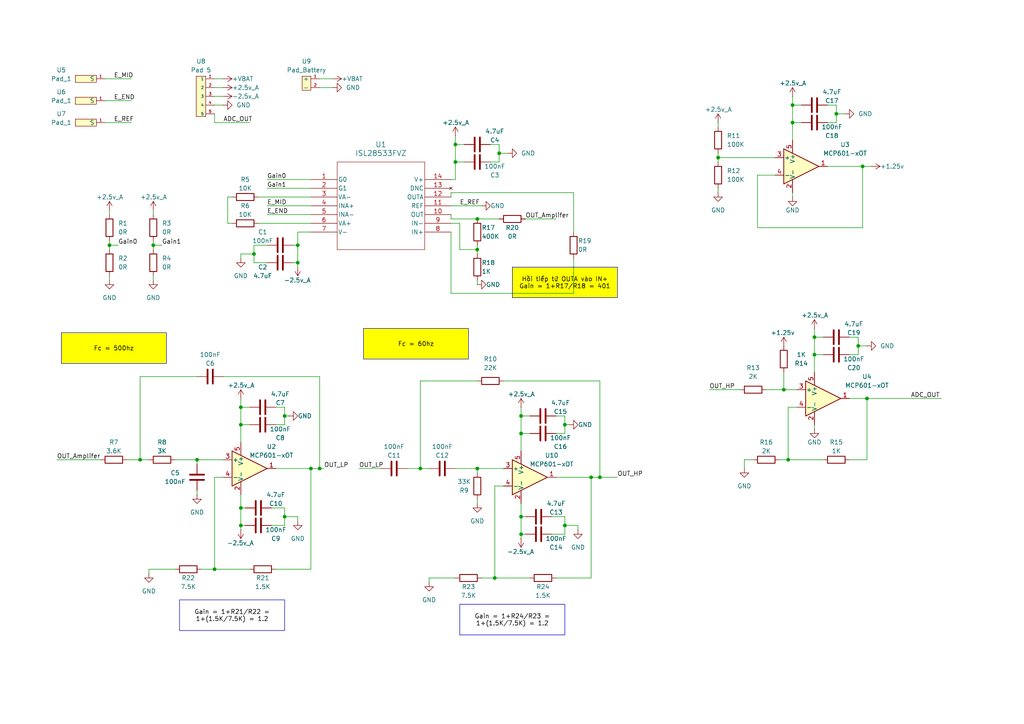
<source format=kicad_sch>
(kicad_sch (version 20231120) (generator "eeschema") (generator_version "8.0")
  (paper "A4")
  (title_block (title "MyoBand_EMG") (rev "v0.02") (comment 1 "Đinh Quang Sơn"))
  (lib_symbols
    (symbol "Amplifier_Operational:MCP601-xOT" (pin_names (offset 0.127))
      (property "Reference" "U" (at -1.27 6.35 0))
      (property "Value" "MCP601-xOT" (at -1.27 3.81 0))
      (symbol "MCP601-xOT_0_1"
        (polyline (pts (xy -5.08 5.08) (xy 5.08 0) (xy -5.08 -5.08) (xy -5.08 5.08)) (stroke (width 0.254)) (fill (type background)))
        (pin power_in line (at -2.54 -7.62 90) (length 3.81) (name "V-") (number "2"))
        (pin power_in line (at -2.54 7.62 270) (length 3.81) (name "V+") (number "5"))
      )
      (symbol "MCP601-xOT_1_1"
        (pin output line (at 7.62 0 180) (length 2.54) (name "~") (number "1"))
        (pin input line (at -7.62 2.54 0) (length 2.54) (name "+") (number "3"))
        (pin input line (at -7.62 -2.54 0) (length 2.54) (name "-") (number "4"))
      )
    )
    (symbol "Device:C" (pin_numbers hide) (pin_names (offset 0.254))
      (property "Reference" "C" (at 0.635 2.54 0))
      (property "Value" "C" (at 0.635 -2.54 0))
      (symbol "C_0_1"
        (polyline (pts (xy -2.032 -0.762) (xy 2.032 -0.762)) (stroke (width 0.508)))
        (polyline (pts (xy -2.032 0.762) (xy 2.032 0.762)) (stroke (width 0.508)))
      )
      (symbol "C_1_1"
        (pin passive line (at 0 3.81 270) (length 2.794) (name "~") (number "1"))
        (pin passive line (at 0 -3.81 90) (length 2.794) (name "~") (number "2"))
      )
    )
    (symbol "Device:R" (pin_numbers hide) (pin_names (offset 0))
      (property "Reference" "R" (at 2.032 0 90))
      (property "Value" "R" (at 0 0 90))
      (symbol "R_0_1"
        (rectangle (start -1.016 -2.54) (end 1.016 2.54) (stroke (width 0.254)))
      )
      (symbol "R_1_1"
        (pin passive line (at 0 3.81 270) (length 1.27) (name "~") (number "1"))
        (pin passive line (at 0 -3.81 90) (length 1.27) (name "~") (number "2"))
      )
    )
    (symbol "ISL28533FVZ:ISL28533FVZ" (pin_names (offset 0.254))
      (property "Reference" "U" (at 20.32 10.16 0))
      (property "Value" "ISL28533FVZ" (at 20.32 7.62 0))
      (symbol "ISL28533FVZ_0_1"
        (polyline (pts (xy 7.62 -20.32) (xy 33.02 -20.32)) (stroke (width 0.127)))
        (polyline (pts (xy 7.62 5.08) (xy 7.62 -20.32)) (stroke (width 0.127)))
        (polyline (pts (xy 33.02 -20.32) (xy 33.02 5.08)) (stroke (width 0.127)))
        (polyline (pts (xy 33.02 5.08) (xy 7.62 5.08)) (stroke (width 0.127)))
        (pin input line (at 0 0 0) (length 7.62) (name "G0") (number "1"))
        (pin output line (at 40.64 -10.16 180) (length 7.62) (name "OUT") (number "10"))
        (pin output line (at 40.64 -7.62 180) (length 7.62) (name "REF") (number "11"))
        (pin output line (at 40.64 -5.08 180) (length 7.62) (name "OUTA") (number "12"))
        (pin no_connect line (at 40.64 -2.54 180) (length 7.62) (name "DNC") (number "13"))
        (pin power_in line (at 40.64 0 180) (length 7.62) (name "V+") (number "14"))
        (pin input line (at 0 -2.54 0) (length 7.62) (name "G1") (number "2"))
        (pin power_in line (at 0 -5.08 0) (length 7.62) (name "VA-") (number "3"))
        (pin input line (at 0 -7.62 0) (length 7.62) (name "INA+") (number "4"))
        (pin input line (at 0 -10.16 0) (length 7.62) (name "INA-") (number "5"))
        (pin power_in line (at 0 -12.7 0) (length 7.62) (name "VA+") (number "6"))
        (pin power_in line (at 0 -15.24 0) (length 7.62) (name "V-") (number "7"))
        (pin input line (at 40.64 -15.24 180) (length 7.62) (name "IN+") (number "8"))
        (pin input line (at 40.64 -12.7 180) (length 7.62) (name "IN-") (number "9"))
      )
    )
    (symbol "Pad:Pad_1"
      (property "Reference" "U" (at 0 2.54 0))
      (property "Value" "Pad_1" (at 0.254 -2.286 0))
      (symbol "Pad_1_1_1"
        (rectangle (start -2.286 1.016) (end 3.81 -1.016) (fill (type background)))
        (pin output line (at 6.35 0 180) (length 2.54) (name "S") (number "1"))
      )
    )
    (symbol "Pad:Pad_5"
      (property "Reference" "U" (at 0 7.62 0))
      (property "Value" "Pad 5" (at 0.254 -6.858 0))
      (symbol "Pad_5_1_1"
        (rectangle (start -1.524 5.842) (end 1.27 -5.842) (fill (type background)))
        (pin bidirectional line (at 3.81 5.08 180) (length 2.54) (name "1") (number "1"))
        (pin bidirectional line (at 3.81 2.54 180) (length 2.54) (name "2") (number "2"))
        (pin bidirectional line (at 3.81 0 180) (length 2.54) (name "3") (number "3"))
        (pin bidirectional line (at 3.81 -2.54 180) (length 2.54) (name "4") (number "4"))
        (pin bidirectional line (at 3.81 -5.08 180) (length 2.54) (name "5") (number "5"))
      )
    )
    (symbol "Pad:Pad_Battery"
      (property "Reference" "U" (at 0 3.556 0))
      (property "Value" "Pad_Battery" (at 0.254 -3.556 0))
      (symbol "Pad_Battery_1_1"
        (rectangle (start -1.27 2.032) (end 1.27 -2.032) (fill (type background)))
        (pin input line (at 3.81 1.27 180) (length 2.54) (name "+") (number "1"))
        (pin input line (at 3.81 -1.27 180) (length 2.54) (name "-") (number "2"))
      )
    )
    (symbol "power:+3V3" (power) (pin_numbers hide) (pin_names (offset 0) hide)
      (property "Value" "+3V3" (at 0 3.556 0))
      (symbol "+3V3_0_1"
        (polyline (pts (xy -0.762 1.27) (xy 0 2.54)))
        (polyline (pts (xy 0 0) (xy 0 2.54)))
        (polyline (pts (xy 0 2.54) (xy 0.762 1.27)))
      )
      (symbol "+3V3_1_1"
        (pin power_in line (at 0 0 90) (length 0) (name "~") (number "1"))
      )
    )
    (symbol "power:GND" (power) (pin_numbers hide) (pin_names (offset 0) hide)
      (property "Value" "GND" (at 0 -3.81 0))
      (symbol "GND_0_1"
        (polyline (pts (xy 0 0) (xy 0 -1.27) (xy 1.27 -1.27) (xy 0 -2.54) (xy -1.27 -1.27) (xy 0 -1.27)))
      )
      (symbol "GND_1_1"
        (pin power_in line (at 0 0 270) (length 0) (name "~") (number "1"))
      )
    )
    (symbol "power:VAA" (power) (pin_numbers hide) (pin_names (offset 0) hide)
      (property "Value" "VAA" (at 0 3.556 0))
      (symbol "VAA_0_1"
        (polyline (pts (xy -0.762 1.27) (xy 0 2.54)))
        (polyline (pts (xy 0 0) (xy 0 2.54)))
        (polyline (pts (xy 0 2.54) (xy 0.762 1.27)))
      )
      (symbol "VAA_1_1"
        (pin power_in line (at 0 0 90) (length 0) (name "~") (number "1"))
      )
    )
  )
  (junction (at 57.15 133.35))
  (junction (at 69.85 118.11))
  (junction (at 163.83 152.4))
  (junction (at 173.99 138.43))
  (junction (at 151.13 149.86))
  (junction (at 242.57 33.02))
  (junction (at 229.87 35.56))
  (junction (at 250.19 48.26))
  (junction (at 40.64 133.35))
  (junction (at 248.92 100.33))
  (junction (at 82.55 120.65))
  (junction (at 251.46 115.57))
  (junction (at 92.71 135.89))
  (junction (at 228.6 133.35))
  (junction (at 236.22 102.87))
  (junction (at 229.87 30.48))
  (junction (at 73.66 73.66))
  (junction (at 163.83 123.19))
  (junction (at 90.17 135.89))
  (junction (at 208.28 45.72))
  (junction (at 151.13 125.73))
  (junction (at 69.85 123.19))
  (junction (at 138.43 63.5))
  (junction (at 62.23 165.1))
  (junction (at 143.51 167.64))
  (junction (at 69.85 147.32))
  (junction (at 82.55 149.86))
  (junction (at 227.33 113.03))
  (junction (at 151.13 154.94))
  (junction (at 132.08 46.99))
  (junction (at 31.75 71.12))
  (junction (at 138.43 135.89))
  (junction (at 44.45 71.12))
  (junction (at 86.36 71.12))
  (junction (at 171.45 138.43))
  (junction (at 151.13 120.65))
  (junction (at 69.85 152.4))
  (junction (at 86.36 76.2))
  (junction (at 138.43 72.39))
  (junction (at 132.08 41.91))
  (junction (at 121.92 135.89))
  (junction (at 144.78 44.45))
  (junction (at 236.22 97.79))
  (wire (pts (xy 40.64 109.22) (xy 40.64 133.35)))
  (wire (pts (xy 82.55 118.11) (xy 82.55 120.65)))
  (wire (pts (xy 138.43 72.39) (xy 133.35 72.39)))
  (wire (pts (xy 144.78 46.99) (xy 142.24 46.99)))
  (wire (pts (xy 80.01 135.89) (xy 90.17 135.89)))
  (wire (pts (xy 227.33 113.03) (xy 231.14 113.03)))
  (wire (pts (xy 69.85 147.32) (xy 71.12 147.32)))
  (wire (pts (xy 208.28 45.72) (xy 208.28 46.99)))
  (wire (pts (xy 208.28 35.56) (xy 208.28 36.83)))
  (wire (pts (xy 227.33 113.03) (xy 222.25 113.03)))
  (wire (pts (xy 236.22 102.87) (xy 238.76 102.87)))
  (wire (pts (xy 240.03 30.48) (xy 242.57 30.48)))
  (wire (pts (xy 161.29 120.65) (xy 163.83 120.65)))
  (wire (pts (xy 69.85 152.4) (xy 69.85 153.67)))
  (wire (pts (xy 151.13 120.65) (xy 153.67 120.65)))
  (wire (pts (xy 66.04 57.15) (xy 67.31 57.15)))
  (wire (pts (xy 161.29 167.64) (xy 171.45 167.64)))
  (wire (pts (xy 138.43 110.49) (xy 121.92 110.49)))
  (wire (pts (xy 57.15 109.22) (xy 40.64 109.22)))
  (wire (pts (xy 166.37 74.93) (xy 166.37 85.09)))
  (wire (pts (xy 77.47 59.69) (xy 90.17 59.69)))
  (wire (pts (xy 44.45 71.12) (xy 46.99 71.12)))
  (wire (pts (xy 118.11 135.89) (xy 121.92 135.89)))
  (wire (pts (xy 163.83 123.19) (xy 163.83 125.73)))
  (wire (pts (xy 69.85 152.4) (xy 71.12 152.4)))
  (wire (pts (xy 143.51 140.97) (xy 143.51 167.64)))
  (wire (pts (xy 144.78 41.91) (xy 144.78 44.45)))
  (wire (pts (xy 173.99 138.43) (xy 171.45 138.43)))
  (wire (pts (xy 205.74 113.03) (xy 214.63 113.03)))
  (wire (pts (xy 167.64 152.4) (xy 167.64 153.67)))
  (wire (pts (xy 78.74 152.4) (xy 82.55 152.4)))
  (wire (pts (xy 138.43 144.78) (xy 138.43 146.05)))
  (wire (pts (xy 30.48 35.56) (xy 38.1 35.56)))
  (wire (pts (xy 62.23 22.86) (xy 64.77 22.86)))
  (wire (pts (xy 77.47 71.12) (xy 73.66 71.12)))
  (wire (pts (xy 251.46 115.57) (xy 273.05 115.57)))
  (wire (pts (xy 246.38 133.35) (xy 251.46 133.35)))
  (wire (pts (xy 208.28 45.72) (xy 224.79 45.72)))
  (wire (pts (xy 124.46 168.91) (xy 124.46 167.64)))
  (wire (pts (xy 215.9 135.89) (xy 215.9 133.35)))
  (wire (pts (xy 146.05 110.49) (xy 173.99 110.49)))
  (wire (pts (xy 236.22 97.79) (xy 236.22 102.87)))
  (wire (pts (xy 31.75 80.01) (xy 31.75 81.28)))
  (wire (pts (xy 133.35 64.77) (xy 133.35 72.39)))
  (wire (pts (xy 69.85 123.19) (xy 72.39 123.19)))
  (wire (pts (xy 138.43 71.12) (xy 138.43 72.39)))
  (wire (pts (xy 167.64 152.4) (xy 163.83 152.4)))
  (wire (pts (xy 151.13 118.11) (xy 151.13 120.65)))
  (wire (pts (xy 92.71 135.89) (xy 93.98 135.89)))
  (wire (pts (xy 133.35 64.77) (xy 130.81 64.77)))
  (wire (pts (xy 50.8 133.35) (xy 57.15 133.35)))
  (wire (pts (xy 228.6 133.35) (xy 238.76 133.35)))
  (wire (pts (xy 208.28 54.61) (xy 208.28 55.88)))
  (wire (pts (xy 236.22 95.25) (xy 236.22 97.79)))
  (wire (pts (xy 62.23 25.4) (xy 64.77 25.4)))
  (wire (pts (xy 44.45 71.12) (xy 44.45 72.39)))
  (wire (pts (xy 250.19 66.04) (xy 250.19 48.26)))
  (wire (pts (xy 74.93 57.15) (xy 90.17 57.15)))
  (wire (pts (xy 138.43 135.89) (xy 146.05 135.89)))
  (wire (pts (xy 30.48 22.86) (xy 38.1 22.86)))
  (wire (pts (xy 85.09 76.2) (xy 86.36 76.2)))
  (wire (pts (xy 236.22 102.87) (xy 236.22 107.95)))
  (wire (pts (xy 160.02 154.94) (xy 163.83 154.94)))
  (wire (pts (xy 242.57 30.48) (xy 242.57 33.02)))
  (wire (pts (xy 69.85 118.11) (xy 69.85 123.19)))
  (wire (pts (xy 92.71 135.89) (xy 90.17 135.89)))
  (wire (pts (xy 163.83 149.86) (xy 160.02 149.86)))
  (wire (pts (xy 31.75 60.96) (xy 31.75 62.23)))
  (wire (pts (xy 163.83 120.65) (xy 163.83 123.19)))
  (wire (pts (xy 146.05 140.97) (xy 143.51 140.97)))
  (wire (pts (xy 248.92 100.33) (xy 248.92 102.87)))
  (wire (pts (xy 82.55 149.86) (xy 82.55 147.32)))
  (wire (pts (xy 242.57 33.02) (xy 242.57 35.56)))
  (wire (pts (xy 138.43 137.16) (xy 138.43 135.89)))
  (wire (pts (xy 151.13 125.73) (xy 151.13 130.81)))
  (wire (pts (xy 43.18 165.1) (xy 50.8 165.1)))
  (wire (pts (xy 62.23 35.56) (xy 72.39 35.56)))
  (wire (pts (xy 130.81 63.5) (xy 138.43 63.5)))
  (wire (pts (xy 69.85 115.57) (xy 69.85 118.11)))
  (wire (pts (xy 143.51 167.64) (xy 153.67 167.64)))
  (wire (pts (xy 90.17 165.1) (xy 90.17 135.89)))
  (wire (pts (xy 58.42 165.1) (xy 62.23 165.1)))
  (wire (pts (xy 240.03 48.26) (xy 250.19 48.26)))
  (wire (pts (xy 130.81 59.69) (xy 139.7 59.69)))
  (wire (pts (xy 36.83 133.35) (xy 40.64 133.35)))
  (wire (pts (xy 82.55 120.65) (xy 82.55 123.19)))
  (wire (pts (xy 30.48 29.21) (xy 38.1 29.21)))
  (wire (pts (xy 31.75 71.12) (xy 34.29 71.12)))
  (wire (pts (xy 44.45 80.01) (xy 44.45 81.28)))
  (wire (pts (xy 73.66 71.12) (xy 73.66 73.66)))
  (wire (pts (xy 132.08 135.89) (xy 138.43 135.89)))
  (wire (pts (xy 69.85 73.66) (xy 73.66 73.66)))
  (wire (pts (xy 69.85 118.11) (xy 72.39 118.11)))
  (wire (pts (xy 92.71 109.22) (xy 92.71 135.89)))
  (wire (pts (xy 80.01 165.1) (xy 90.17 165.1)))
  (wire (pts (xy 62.23 165.1) (xy 72.39 165.1)))
  (wire (pts (xy 227.33 107.95) (xy 227.33 113.03)))
  (wire (pts (xy 219.71 50.8) (xy 219.71 66.04)))
  (wire (pts (xy 82.55 147.32) (xy 78.74 147.32)))
  (wire (pts (xy 130.81 85.09) (xy 130.81 67.31)))
  (wire (pts (xy 130.81 55.88) (xy 166.37 55.88)))
  (wire (pts (xy 44.45 69.85) (xy 44.45 71.12)))
  (wire (pts (xy 138.43 81.28) (xy 138.43 82.55)))
  (wire (pts (xy 152.4 63.5) (xy 161.29 63.5)))
  (wire (pts (xy 163.83 152.4) (xy 163.83 149.86)))
  (wire (pts (xy 151.13 154.94) (xy 152.4 154.94)))
  (wire (pts (xy 132.08 39.37) (xy 132.08 41.91)))
  (wire (pts (xy 231.14 118.11) (xy 228.6 118.11)))
  (wire (pts (xy 226.06 133.35) (xy 228.6 133.35)))
  (wire (pts (xy 31.75 69.85) (xy 31.75 71.12)))
  (wire (pts (xy 132.08 41.91) (xy 134.62 41.91)))
  (wire (pts (xy 130.81 55.88) (xy 130.81 57.15)))
  (wire (pts (xy 151.13 125.73) (xy 153.67 125.73)))
  (wire (pts (xy 86.36 76.2) (xy 86.36 71.12)))
  (wire (pts (xy 62.23 35.56) (xy 62.23 33.02)))
  (wire (pts (xy 43.18 166.37) (xy 43.18 165.1)))
  (wire (pts (xy 31.75 71.12) (xy 31.75 72.39)))
  (wire (pts (xy 77.47 52.07) (xy 90.17 52.07)))
  (wire (pts (xy 229.87 35.56) (xy 229.87 40.64)))
  (wire (pts (xy 62.23 138.43) (xy 62.23 165.1)))
  (wire (pts (xy 92.71 22.86) (xy 96.52 22.86)))
  (wire (pts (xy 229.87 27.94) (xy 229.87 30.48)))
  (wire (pts (xy 229.87 30.48) (xy 232.41 30.48)))
  (wire (pts (xy 64.77 109.22) (xy 92.71 109.22)))
  (wire (pts (xy 62.23 27.94) (xy 64.77 27.94)))
  (wire (pts (xy 57.15 134.62) (xy 57.15 133.35)))
  (wire (pts (xy 121.92 110.49) (xy 121.92 135.89)))
  (wire (pts (xy 73.66 73.66) (xy 73.66 76.2)))
  (wire (pts (xy 151.13 154.94) (xy 151.13 156.21)))
  (wire (pts (xy 124.46 167.64) (xy 132.08 167.64)))
  (wire (pts (xy 66.04 57.15) (xy 66.04 64.77)))
  (wire (pts (xy 57.15 142.24) (xy 57.15 143.51)))
  (wire (pts (xy 242.57 33.02) (xy 245.11 33.02)))
  (wire (pts (xy 151.13 149.86) (xy 151.13 154.94)))
  (wire (pts (xy 86.36 71.12) (xy 86.36 67.31)))
  (wire (pts (xy 151.13 120.65) (xy 151.13 125.73)))
  (wire (pts (xy 40.64 133.35) (xy 43.18 133.35)))
  (wire (pts (xy 130.81 63.5) (xy 130.81 62.23)))
  (wire (pts (xy 69.85 73.66) (xy 69.85 74.93)))
  (wire (pts (xy 92.71 25.4) (xy 96.52 25.4)))
  (wire (pts (xy 163.83 154.94) (xy 163.83 152.4)))
  (wire (pts (xy 104.14 135.89) (xy 110.49 135.89)))
  (wire (pts (xy 132.08 52.07) (xy 130.81 52.07)))
  (wire (pts (xy 82.55 120.65) (xy 83.82 120.65)))
  (wire (pts (xy 139.7 167.64) (xy 143.51 167.64)))
  (wire (pts (xy 151.13 146.05) (xy 151.13 149.86)))
  (wire (pts (xy 80.01 118.11) (xy 82.55 118.11)))
  (wire (pts (xy 236.22 123.19) (xy 236.22 124.46)))
  (wire (pts (xy 163.83 125.73) (xy 161.29 125.73)))
  (wire (pts (xy 86.36 149.86) (xy 82.55 149.86)))
  (wire (pts (xy 86.36 77.47) (xy 86.36 76.2)))
  (wire (pts (xy 69.85 123.19) (xy 69.85 128.27)))
  (wire (pts (xy 86.36 149.86) (xy 86.36 151.13)))
  (wire (pts (xy 173.99 138.43) (xy 179.07 138.43)))
  (wire (pts (xy 144.78 44.45) (xy 147.32 44.45)))
  (wire (pts (xy 62.23 30.48) (xy 64.77 30.48)))
  (wire (pts (xy 163.83 123.19) (xy 165.1 123.19)))
  (wire (pts (xy 219.71 66.04) (xy 250.19 66.04)))
  (wire (pts (xy 121.92 135.89) (xy 124.46 135.89)))
  (wire (pts (xy 85.09 71.12) (xy 86.36 71.12)))
  (wire (pts (xy 224.79 50.8) (xy 219.71 50.8)))
  (wire (pts (xy 228.6 118.11) (xy 228.6 133.35)))
  (wire (pts (xy 208.28 44.45) (xy 208.28 45.72)))
  (wire (pts (xy 69.85 143.51) (xy 69.85 147.32)))
  (wire (pts (xy 166.37 55.88) (xy 166.37 67.31)))
  (wire (pts (xy 229.87 55.88) (xy 229.87 57.15)))
  (wire (pts (xy 77.47 54.61) (xy 90.17 54.61)))
  (wire (pts (xy 74.93 64.77) (xy 90.17 64.77)))
  (wire (pts (xy 82.55 123.19) (xy 80.01 123.19)))
  (wire (pts (xy 73.66 76.2) (xy 77.47 76.2)))
  (wire (pts (xy 132.08 46.99) (xy 132.08 52.07)))
  (wire (pts (xy 229.87 30.48) (xy 229.87 35.56)))
  (wire (pts (xy 171.45 167.64) (xy 171.45 138.43)))
  (wire (pts (xy 161.29 138.43) (xy 171.45 138.43)))
  (wire (pts (xy 215.9 133.35) (xy 218.44 133.35)))
  (wire (pts (xy 144.78 44.45) (xy 144.78 46.99)))
  (wire (pts (xy 57.15 133.35) (xy 64.77 133.35)))
  (wire (pts (xy 242.57 35.56) (xy 240.03 35.56)))
  (wire (pts (xy 130.81 85.09) (xy 166.37 85.09)))
  (wire (pts (xy 64.77 138.43) (xy 62.23 138.43)))
  (wire (pts (xy 132.08 41.91) (xy 132.08 46.99)))
  (wire (pts (xy 250.19 48.26) (xy 252.73 48.26)))
  (wire (pts (xy 248.92 100.33) (xy 251.46 100.33)))
  (wire (pts (xy 229.87 35.56) (xy 232.41 35.56)))
  (wire (pts (xy 251.46 133.35) (xy 251.46 115.57)))
  (wire (pts (xy 248.92 97.79) (xy 248.92 100.33)))
  (wire (pts (xy 236.22 97.79) (xy 238.76 97.79)))
  (wire (pts (xy 248.92 102.87) (xy 246.38 102.87)))
  (wire (pts (xy 77.47 62.23) (xy 90.17 62.23)))
  (wire (pts (xy 44.45 60.96) (xy 44.45 62.23)))
  (wire (pts (xy 142.24 41.91) (xy 144.78 41.91)))
  (wire (pts (xy 16.51 133.35) (xy 29.21 133.35)))
  (wire (pts (xy 86.36 67.31) (xy 90.17 67.31)))
  (wire (pts (xy 138.43 72.39) (xy 138.43 73.66)))
  (wire (pts (xy 69.85 147.32) (xy 69.85 152.4)))
  (wire (pts (xy 82.55 152.4) (xy 82.55 149.86)))
  (wire (pts (xy 132.08 46.99) (xy 134.62 46.99)))
  (wire (pts (xy 66.04 64.77) (xy 67.31 64.77)))
  (wire (pts (xy 151.13 149.86) (xy 152.4 149.86)))
  (wire (pts (xy 138.43 63.5) (xy 144.78 63.5)))
  (wire (pts (xy 246.38 97.79) (xy 248.92 97.79)))
  (wire (pts (xy 246.38 115.57) (xy 251.46 115.57)))
  (wire (pts (xy 173.99 110.49) (xy 173.99 138.43)))
  (text_box "Hồi tiếp từ OUTA vào IN+ \nGain = 1+R17/R18 = 401\n" (at 148.59 77.47 0) (size 30.48 8.89) (fill (type color) (color 255 255 0 1)) (effects (font (size 1.27 1.27))))
  (text_box "Gain = 1+R21/R22 = 1+(1.5K/7.5K) = 1.2\n" (at 52.07 173.99 0) (size 30.48 8.89) (effects (font (size 1.27 1.27))))
  (text_box "Gain = 1+R24/R23 = 1+(1.5K/7.5K) = 1.2\n" (at 133.35 175.26 0) (size 30.48 8.89) (effects (font (size 1.27 1.27))))
  (text_box "Fc = 60hz\n" (at 105.41 95.25 0) (size 30.48 8.89) (fill (type color) (color 255 255 0 1)) (effects (font (size 1.27 1.27))))
  (text_box "Fc = 500hz\n" (at 17.78 96.52 0) (size 30.48 8.89) (fill (type color) (color 255 255 0 1)) (effects (font (size 1.27 1.27))))
  (label "E_REF" (at 33.02 35.56 0))
  (label "OUT_HP" (at 179.07 138.43 0))
  (label "E_REF" (at 133.35 59.69 0))
  (label "E_END" (at 33.02 29.21 0))
  (label "E_MID" (at 33.02 22.86 0))
  (label "ADC_OUT" (at 264.16 115.57 0))
  (label "OUT_LP" (at 104.14 135.89 0))
  (label "Gain0" (at 34.29 71.12 0))
  (label "OUT_HP" (at 205.74 113.03 0))
  (label "Gain0" (at 77.47 52.07 0))
  (label "ADC_OUT" (at 64.77 35.56 0))
  (label "OUT_Amplifer" (at 16.51 133.35 0))
  (label "OUT_LP" (at 93.98 135.89 0))
  (label "Gain1" (at 77.47 54.61 0))
  (label "Gain1" (at 46.99 71.12 0))
  (label "E_END" (at 77.47 62.23 0))
  (label "E_MID" (at 77.47 59.69 0))
  (label "OUT_Amplifer" (at 152.4 63.5 0))
  (symbol (lib_id "power:+3V3") (at 208.28 35.56 0) (unit 1)
    (property "Reference" "#PWR026" (effects (hide yes)))
    (property "Value" "+2.5v_A" (at 204.47 31.75 0) (effects (justify left)))
    (property "Description" "Power symbol creates a global label with name \"+3V3\"" (effects (hide yes)))
  )
  (symbol (lib_id "power:+3V3") (at 31.75 60.96 0) (unit 1)
    (property "Reference" "#PWR05" (effects (hide yes)))
    (property "Value" "+2.5v_A" (at 27.94 57.15 0) (effects (justify left)))
    (property "Description" "Power symbol creates a global label with name \"+3V3\"" (effects (hide yes)))
  )
  (symbol (lib_id "power:+3V3") (at 227.33 100.33 0) (unit 1)
    (property "Reference" "#PWR032" (effects (hide yes)))
    (property "Value" "+1.25v" (at 223.52 96.52 0) (effects (justify left)))
    (property "Description" "Power symbol creates a global label with name \"+3V3\"" (effects (hide yes)))
  )
  (symbol (lib_id "power:GND") (at 165.1 123.19 90) (unit 1)
    (property "Reference" "#PWR024" (effects (hide yes)))
    (property "Value" "GND" (at 167.64 123.19 90) (effects (justify right)))
    (property "Description" "Power symbol creates a global label with name \"GND\" , ground" (effects (hide yes)))
  )
  (symbol (lib_id "Device:R") (at 242.57 133.35 270) (unit 1)
    (property "Reference" "R15" (at 242.57 128.27 90))
    (property "Value" "1K" (at 242.57 130.81 90))
    (property "Description" "Resistor" (effects (hide yes)))
  )
  (symbol (lib_id "power:+3V3") (at 44.45 60.96 0) (unit 1)
    (property "Reference" "#PWR07" (effects (hide yes)))
    (property "Value" "+2.5v_A" (at 40.64 57.15 0) (effects (justify left)))
    (property "Description" "Power symbol creates a global label with name \"+3V3\"" (effects (hide yes)))
  )
  (symbol (lib_id "Device:C") (at 138.43 46.99 270) (unit 1)
    (property "Reference" "C3" (at 143.51 50.8 90))
    (property "Value" "100nF" (at 143.51 48.26 90))
    (property "Description" "Unpolarized capacitor" (effects (hide yes)))
  )
  (symbol (lib_id "power:GND") (at 124.46 168.91 0) (unit 1)
    (property "Reference" "#PWR039" (effects (hide yes)))
    (property "Value" "GND" (at 124.46 173.99 0))
    (property "Description" "Power symbol creates a global label with name \"GND\" , ground" (effects (hide yes)))
  )
  (symbol (lib_id "power:GND") (at 83.82 120.65 90) (unit 1)
    (property "Reference" "#PWR018" (effects (hide yes)))
    (property "Value" "GND" (at 86.36 120.65 90) (effects (justify right)))
    (property "Description" "Power symbol creates a global label with name \"GND\" , ground" (effects (hide yes)))
  )
  (symbol (lib_id "power:+3V3") (at 64.77 25.4 270) (unit 1)
    (property "Reference" "#PWR02" (effects (hide yes)))
    (property "Value" "+2.5v_A" (at 67.31 25.4 90) (effects (justify left)))
    (property "Description" "Power symbol creates a global label with name \"+3V3\"" (effects (hide yes)))
  )
  (symbol (lib_id "Device:C") (at 242.57 102.87 270) (unit 1)
    (property "Reference" "C20" (at 247.65 106.68 90))
    (property "Value" "100nF" (at 247.65 104.14 90))
    (property "Description" "Unpolarized capacitor" (effects (hide yes)))
  )
  (symbol (lib_id "power:+3V3") (at 132.08 39.37 0) (unit 1)
    (property "Reference" "#PWR09" (effects (hide yes)))
    (property "Value" "+2.5v_A" (at 128.27 35.56 0) (effects (justify left)))
    (property "Description" "Power symbol creates a global label with name \"+3V3\"" (effects (hide yes)))
  )
  (symbol (lib_id "Device:R") (at 76.2 165.1 90) (unit 1)
    (property "Reference" "R21" (at 76.2 167.64 90))
    (property "Value" "1.5K" (at 76.2 170.18 90))
    (property "Description" "Resistor" (effects (hide yes)))
  )
  (symbol (lib_id "Device:C") (at 60.96 109.22 90) (unit 1)
    (property "Reference" "C6" (at 60.96 105.41 90))
    (property "Value" "100nF" (at 60.96 102.87 90))
    (property "Description" "Unpolarized capacitor" (effects (hide yes)))
  )
  (symbol (lib_id "Device:C") (at 156.21 154.94 270) (unit 1)
    (property "Reference" "C14" (at 161.29 158.75 90))
    (property "Value" "100nF" (at 161.29 156.21 90))
    (property "Description" "Unpolarized capacitor" (effects (hide yes)))
  )
  (symbol (lib_id "Device:R") (at 71.12 57.15 90) (unit 1)
    (property "Reference" "R5" (at 71.12 52.07 90))
    (property "Value" "10K" (at 71.12 54.61 90))
    (property "Description" "Resistor" (effects (hide yes)))
  )
  (symbol (lib_id "power:GND") (at 138.43 146.05 0) (unit 1)
    (property "Reference" "#PWR021" (effects (hide yes)))
    (property "Value" "GND" (at 138.43 151.13 0))
    (property "Description" "Power symbol creates a global label with name \"GND\" , ground" (effects (hide yes)))
  )
  (symbol (lib_id "power:+3V3") (at 69.85 153.67 180) (unit 1)
    (property "Reference" "#PWR020" (effects (hide yes)))
    (property "Value" "-2.5v_A" (at 73.66 157.48 0) (effects (justify left)))
    (property "Description" "Power symbol creates a global label with name \"+3V3\"" (effects (hide yes)))
  )
  (symbol (lib_id "Amplifier_Operational:MCP601-xOT") (at 153.67 138.43 0) (unit 1)
    (property "Reference" "U10" (at 160.02 132.08 0))
    (property "Value" "MCP601-xOT" (at 160.02 134.62 0))
    (property "Footprint" "Package_TO_SOT_SMD:SOT-23-5" (effects (hide yes)))
    (property "Datasheet" "http://ww1.microchip.com/downloads/en/DeviceDoc/21314g.pdf" (effects (hide yes)))
    (property "Description" "Single 2.7V to 6.0V Single Supply CMOS Op Amps, SOT-23-5" (effects (hide yes)))
  )
  (symbol (lib_id "Amplifier_Operational:MCP601-xOT") (at 238.76 115.57 0) (unit 1)
    (property "Reference" "U4" (at 251.46 109.2514 0))
    (property "Value" "MCP601-xOT" (at 251.46 111.7914 0))
    (property "Footprint" "Package_TO_SOT_SMD:SOT-23-5" (effects (hide yes)))
    (property "Datasheet" "http://ww1.microchip.com/downloads/en/DeviceDoc/21314g.pdf" (effects (hide yes)))
    (property "Description" "Single 2.7V to 6.0V Single Supply CMOS Op Amps, SOT-23-5" (effects (hide yes)))
  )
  (symbol (lib_id "power:GND") (at 147.32 44.45 90) (unit 1)
    (property "Reference" "#PWR015" (effects (hide yes)))
    (property "Value" "GND" (at 151.13 44.4499 90) (effects (justify right)))
    (property "Description" "Power symbol creates a global label with name \"GND\" , ground" (effects (hide yes)))
  )
  (symbol (lib_id "power:GND") (at 251.46 100.33 90) (unit 1)
    (property "Reference" "#PWR034" (effects (hide yes)))
    (property "Value" "GND" (at 255.27 100.3299 90) (effects (justify right)))
    (property "Description" "Power symbol creates a global label with name \"GND\" , ground" (effects (hide yes)))
  )
  (symbol (lib_id "Device:R") (at 31.75 66.04 0) (unit 1)
    (property "Reference" "R1" (at 34.29 64.7699 0) (effects (justify left)))
    (property "Value" "0R" (at 34.29 67.3099 0) (effects (justify left)))
    (property "Description" "Resistor" (effects (hide yes)))
  )
  (symbol (lib_id "Device:R") (at 227.33 104.14 0) (unit 1)
    (property "Reference" "R14" (at 232.41 105.41 0))
    (property "Value" "1K" (at 232.41 102.87 0))
    (property "Description" "Resistor" (effects (hide yes)))
  )
  (symbol (lib_id "Pad:Pad_5") (at 58.42 27.94 0) (unit 1)
    (property "Reference" "U8" (at 58.293 17.78 0))
    (property "Value" "Pad 5" (at 58.293 20.32 0))
    (property "Footprint" "Pad:Pad 5" (effects (hide yes)))
  )
  (symbol (lib_id "power:GND") (at 57.15 143.51 0) (unit 1)
    (property "Reference" "#PWR016" (effects (hide yes)))
    (property "Value" "GND" (at 57.15 148.59 0))
    (property "Description" "Power symbol creates a global label with name \"GND\" , ground" (effects (hide yes)))
  )
  (symbol (lib_id "power:GND") (at 167.64 153.67 0) (unit 1)
    (property "Reference" "#PWR025" (effects (hide yes)))
    (property "Value" "GND" (at 167.64 158.75 0))
    (property "Description" "Power symbol creates a global label with name \"GND\" , ground" (effects (hide yes)))
  )
  (symbol (lib_id "Device:R") (at 44.45 76.2 0) (unit 1)
    (property "Reference" "R4" (at 46.99 74.9299 0) (effects (justify left)))
    (property "Value" "0R" (at 46.99 77.4699 0) (effects (justify left)))
    (property "Description" "Resistor" (effects (hide yes)))
  )
  (symbol (lib_id "Device:C") (at 57.15 138.43 0) (unit 1)
    (property "Reference" "C5" (at 50.8 137.16 0))
    (property "Value" "100nF" (at 50.8 139.7 0))
    (property "Description" "Unpolarized capacitor" (effects (hide yes)))
  )
  (symbol (lib_id "Pad:Pad_1") (at 24.13 35.56 0) (unit 1)
    (property "Reference" "U7" (at 17.78 33.02 0))
    (property "Value" "Pad_1" (at 17.78 35.56 0))
    (property "Footprint" "Pad:Pad 1" (effects (hide yes)))
  )
  (symbol (lib_id "Device:R") (at 31.75 76.2 0) (unit 1)
    (property "Reference" "R2" (at 34.29 74.9299 0) (effects (justify left)))
    (property "Value" "0R" (at 34.29 77.4699 0) (effects (justify left)))
    (property "Description" "Resistor" (effects (hide yes)))
  )
  (symbol (lib_id "Amplifier_Operational:MCP601-xOT") (at 72.39 135.89 0) (unit 1)
    (property "Reference" "U2" (at 78.74 129.54 0))
    (property "Value" "MCP601-xOT" (at 78.74 132.08 0))
    (property "Footprint" "Package_TO_SOT_SMD:SOT-23-5" (effects (hide yes)))
    (property "Datasheet" "http://ww1.microchip.com/downloads/en/DeviceDoc/21314g.pdf" (effects (hide yes)))
    (property "Description" "Single 2.7V to 6.0V Single Supply CMOS Op Amps, SOT-23-5" (effects (hide yes)))
  )
  (symbol (lib_id "power:GND") (at 139.7 59.69 90) (unit 1)
    (property "Reference" "#PWR011" (effects (hide yes)))
    (property "Value" "GND" (at 142.24 59.69 90) (effects (justify right)))
    (property "Description" "Power symbol creates a global label with name \"GND\" , ground" (effects (hide yes)))
  )
  (symbol (lib_id "power:GND") (at 69.85 74.93 0) (unit 1)
    (property "Reference" "#PWR014" (effects (hide yes)))
    (property "Value" "GND" (at 69.85 80.01 0))
    (property "Description" "Power symbol creates a global label with name \"GND\" , ground" (effects (hide yes)))
  )
  (symbol (lib_id "Amplifier_Operational:MCP601-xOT") (at 232.41 48.26 0) (unit 1)
    (property "Reference" "U3" (at 245.11 41.9414 0))
    (property "Value" "MCP601-xOT" (at 245.11 44.4814 0))
    (property "Footprint" "Package_TO_SOT_SMD:SOT-23-5" (effects (hide yes)))
    (property "Datasheet" "http://ww1.microchip.com/downloads/en/DeviceDoc/21314g.pdf" (effects (hide yes)))
    (property "Description" "Single 2.7V to 6.0V Single Supply CMOS Op Amps, SOT-23-5" (effects (hide yes)))
  )
  (symbol (lib_id "power:GND") (at 64.77 30.48 90) (unit 1)
    (property "Reference" "#PWR04" (effects (hide yes)))
    (property "Value" "GND" (at 68.58 30.4799 90) (effects (justify right)))
    (property "Description" "Power symbol creates a global label with name \"GND\" , ground" (effects (hide yes)))
  )
  (symbol (lib_id "power:+3V3") (at 86.36 77.47 180) (unit 1)
    (property "Reference" "#PWR010" (effects (hide yes)))
    (property "Value" "-2.5v_A" (at 90.17 81.28 0) (effects (justify left)))
    (property "Description" "Power symbol creates a global label with name \"+3V3\"" (effects (hide yes)))
  )
  (symbol (lib_id "power:GND") (at 215.9 135.89 0) (unit 1)
    (property "Reference" "#PWR036" (effects (hide yes)))
    (property "Value" "GND" (at 215.9 140.97 0))
    (property "Description" "Power symbol creates a global label with name \"GND\" , ground" (effects (hide yes)))
  )
  (symbol (lib_id "Device:R") (at 157.48 167.64 90) (unit 1)
    (property "Reference" "R24" (at 157.48 170.18 90))
    (property "Value" "1.5K" (at 157.48 172.72 90))
    (property "Description" "Resistor" (effects (hide yes)))
  )
  (symbol (lib_id "Device:R") (at 218.44 113.03 270) (unit 1)
    (property "Reference" "R13" (at 218.44 106.68 90))
    (property "Value" "2K" (at 218.44 109.22 90))
    (property "Description" "Resistor" (effects (hide yes)))
  )
  (symbol (lib_id "Pad:Pad_Battery") (at 88.9 24.13 0) (unit 1)
    (property "Reference" "U9" (at 88.9 17.78 0))
    (property "Value" "Pad_Battery" (at 88.9 20.32 0))
    (property "Footprint" "Pad:Pad Battery_1" (effects (hide yes)))
  )
  (symbol (lib_id "power:+3V3") (at 64.77 27.94 270) (unit 1)
    (property "Reference" "#PWR03" (effects (hide yes)))
    (property "Value" "-2.5v_A" (at 67.31 27.94 90) (effects (justify left)))
    (property "Description" "Power symbol creates a global label with name \"+3V3\"" (effects (hide yes)))
  )
  (symbol (lib_id "power:+3V3") (at 151.13 156.21 180) (unit 1)
    (property "Reference" "#PWR023" (effects (hide yes)))
    (property "Value" "-2.5v_A" (at 154.94 160.02 0) (effects (justify left)))
    (property "Description" "Power symbol creates a global label with name \"+3V3\"" (effects (hide yes)))
  )
  (symbol (lib_id "Device:R") (at 148.59 63.5 90) (unit 1)
    (property "Reference" "R20" (at 148.59 66.04 90))
    (property "Value" "0R" (at 148.59 68.58 90))
    (property "Description" "Resistor" (effects (hide yes)))
  )
  (symbol (lib_id "Device:C") (at 76.2 118.11 270) (unit 1)
    (property "Reference" "C7" (at 81.28 116.84 90))
    (property "Value" "4.7uF" (at 81.28 114.3 90))
    (property "Description" "Unpolarized capacitor" (effects (hide yes)))
  )
  (symbol (lib_id "Device:C") (at 242.57 97.79 270) (unit 1)
    (property "Reference" "C19" (at 247.65 96.52 90))
    (property "Value" "4.7uF" (at 247.65 93.98 90))
    (property "Description" "Unpolarized capacitor" (effects (hide yes)))
  )
  (symbol (lib_id "power:GND") (at 86.36 151.13 0) (unit 1)
    (property "Reference" "#PWR019" (effects (hide yes)))
    (property "Value" "GND" (at 86.36 156.21 0))
    (property "Description" "Power symbol creates a global label with name \"GND\" , ground" (effects (hide yes)))
  )
  (symbol (lib_id "Device:R") (at 46.99 133.35 90) (unit 1)
    (property "Reference" "R8" (at 46.99 128.27 90))
    (property "Value" "3K" (at 46.99 130.81 90))
    (property "Description" "Resistor" (effects (hide yes)))
  )
  (symbol (lib_id "power:GND") (at 44.45 81.28 0) (unit 1)
    (property "Reference" "#PWR08" (effects (hide yes)))
    (property "Value" "GND" (at 44.45 86.36 0))
    (property "Description" "Power symbol creates a global label with name \"GND\" , ground" (effects (hide yes)))
  )
  (symbol (lib_id "Device:R") (at 54.61 165.1 90) (unit 1)
    (property "Reference" "R22" (at 54.61 167.64 90))
    (property "Value" "7.5K" (at 54.61 170.18 90))
    (property "Description" "Resistor" (effects (hide yes)))
  )
  (symbol (lib_id "Device:R") (at 142.24 110.49 270) (unit 1)
    (property "Reference" "R10" (at 142.24 104.14 90))
    (property "Value" "22K" (at 142.24 106.68 90))
    (property "Description" "Resistor" (effects (hide yes)))
  )
  (symbol (lib_id "Device:R") (at 71.12 64.77 90) (unit 1)
    (property "Reference" "R6" (at 71.12 59.69 90))
    (property "Value" "10K" (at 71.12 62.23 90))
    (property "Description" "Resistor" (effects (hide yes)))
  )
  (symbol (lib_id "Pad:Pad_1") (at 24.13 29.21 0) (unit 1)
    (property "Reference" "U6" (at 17.78 26.67 0))
    (property "Value" "Pad_1" (at 17.78 29.21 0))
    (property "Footprint" "Pad:Pad 1" (effects (hide yes)))
  )
  (symbol (lib_id "Device:R") (at 33.02 133.35 90) (unit 1)
    (property "Reference" "R7" (at 33.02 128.27 90))
    (property "Value" "3.6K" (at 33.02 130.81 90))
    (property "Description" "Resistor" (effects (hide yes)))
  )
  (symbol (lib_id "Device:C") (at 236.22 30.48 270) (unit 1)
    (property "Reference" "C17" (at 241.3 29.21 90))
    (property "Value" "4.7uF" (at 241.3 26.67 90))
    (property "Description" "Unpolarized capacitor" (effects (hide yes)))
  )
  (symbol (lib_id "Device:C") (at 157.48 125.73 270) (unit 1)
    (property "Reference" "C16" (at 162.56 129.54 90))
    (property "Value" "100nF" (at 162.56 127 90))
    (property "Description" "Unpolarized capacitor" (effects (hide yes)))
  )
  (symbol (lib_id "power:GND") (at 208.28 55.88 0) (unit 1)
    (property "Reference" "#PWR027" (effects (hide yes)))
    (property "Value" "GND" (at 208.28 60.96 0))
    (property "Description" "Power symbol creates a global label with name \"GND\" , ground" (effects (hide yes)))
  )
  (symbol (lib_id "Device:R") (at 44.45 66.04 0) (unit 1)
    (property "Reference" "R3" (at 46.99 64.7699 0) (effects (justify left)))
    (property "Value" "0R" (at 46.99 67.3099 0) (effects (justify left)))
    (property "Description" "Resistor" (effects (hide yes)))
  )
  (symbol (lib_id "Device:R") (at 138.43 67.31 0) (unit 1)
    (property "Reference" "R17" (at 139.7 66.04 0) (effects (justify left)))
    (property "Value" "400K" (at 139.7 68.58 0) (effects (justify left)))
    (property "Description" "Resistor" (effects (hide yes)))
  )
  (symbol (lib_id "Device:C") (at 114.3 135.89 90) (unit 1)
    (property "Reference" "C11" (at 114.3 132.08 90))
    (property "Value" "100nF" (at 114.3 129.54 90))
    (property "Description" "Unpolarized capacitor" (effects (hide yes)))
  )
  (symbol (lib_id "Device:R") (at 135.89 167.64 90) (unit 1)
    (property "Reference" "R23" (at 135.89 170.18 90))
    (property "Value" "7.5K" (at 135.89 172.72 90))
    (property "Description" "Resistor" (effects (hide yes)))
  )
  (symbol (lib_id "power:+3V3") (at 151.13 118.11 0) (unit 1)
    (property "Reference" "#PWR022" (effects (hide yes)))
    (property "Value" "+2.5v_A" (at 147.32 114.3 0) (effects (justify left)))
    (property "Description" "Power symbol creates a global label with name \"+3V3\"" (effects (hide yes)))
  )
  (symbol (lib_id "Device:C") (at 81.28 71.12 90) (unit 1)
    (property "Reference" "C1" (at 76.2 67.31 90))
    (property "Value" "100nF" (at 76.2 69.85 90))
    (property "Description" "Unpolarized capacitor" (effects (hide yes)))
  )
  (symbol (lib_id "power:GND") (at 31.75 81.28 0) (unit 1)
    (property "Reference" "#PWR06" (effects (hide yes)))
    (property "Value" "GND" (at 31.75 86.36 0))
    (property "Description" "Power symbol creates a global label with name \"GND\" , ground" (effects (hide yes)))
  )
  (symbol (lib_id "power:GND") (at 245.11 33.02 90) (unit 1)
    (property "Reference" "#PWR029" (effects (hide yes)))
    (property "Value" "GND" (at 248.92 33.0199 90) (effects (justify right)))
    (property "Description" "Power symbol creates a global label with name \"GND\" , ground" (effects (hide yes)))
  )
  (symbol (lib_id "Device:C") (at 81.28 76.2 90) (unit 1)
    (property "Reference" "C2" (at 76.2 77.47 90))
    (property "Value" "4.7uF" (at 76.2 80.01 90))
    (property "Description" "Unpolarized capacitor" (effects (hide yes)))
  )
  (symbol (lib_id "Device:C") (at 74.93 152.4 270) (unit 1)
    (property "Reference" "C9" (at 80.01 156.21 90))
    (property "Value" "100nF" (at 80.01 153.67 90))
    (property "Description" "Unpolarized capacitor" (effects (hide yes)))
  )
  (symbol (lib_id "Device:R") (at 166.37 71.12 0) (unit 1)
    (property "Reference" "R19" (at 167.64 69.85 0) (effects (justify left)))
    (property "Value" "0R" (at 167.64 72.39 0) (effects (justify left)))
    (property "Description" "Resistor" (effects (hide yes)))
  )
  (symbol (lib_id "power:GND") (at 43.18 166.37 0) (unit 1)
    (property "Reference" "#PWR038" (effects (hide yes)))
    (property "Value" "GND" (at 43.18 171.45 0))
    (property "Description" "Power symbol creates a global label with name \"GND\" , ground" (effects (hide yes)))
  )
  (symbol (lib_id "power:+3V3") (at 229.87 27.94 0) (unit 1)
    (property "Reference" "#PWR028" (effects (hide yes)))
    (property "Value" "+2.5v_A" (at 226.06 24.13 0) (effects (justify left)))
    (property "Description" "Power symbol creates a global label with name \"+3V3\"" (effects (hide yes)))
  )
  (symbol (lib_id "Pad:Pad_1") (at 24.13 22.86 0) (unit 1)
    (property "Reference" "U5" (at 17.78 20.32 0))
    (property "Value" "Pad_1" (at 17.78 22.86 0))
    (property "Footprint" "Pad:Pad 1" (effects (hide yes)))
  )
  (symbol (lib_id "Device:C") (at 156.21 149.86 270) (unit 1)
    (property "Reference" "C13" (at 161.29 148.59 90))
    (property "Value" "4.7uF" (at 161.29 146.05 90))
    (property "Description" "Unpolarized capacitor" (effects (hide yes)))
  )
  (symbol (lib_id "power:VAA") (at 64.77 22.86 270) (unit 1)
    (property "Reference" "#PWR01" (effects (hide yes)))
    (property "Value" "+VBAT" (at 67.31 22.86 90) (effects (justify left)))
    (property "Description" "Power symbol creates a global label with name \"VAA\"" (effects (hide yes)))
  )
  (symbol (lib_id "power:+3V3") (at 236.22 95.25 0) (unit 1)
    (property "Reference" "#PWR033" (effects (hide yes)))
    (property "Value" "+2.5v_A" (at 232.41 91.44 0) (effects (justify left)))
    (property "Description" "Power symbol creates a global label with name \"+3V3\"" (effects (hide yes)))
  )
  (symbol (lib_id "Device:R") (at 208.28 40.64 0) (unit 1)
    (property "Reference" "R11" (at 210.82 39.3699 0) (effects (justify left)))
    (property "Value" "100K" (at 210.82 41.9099 0) (effects (justify left)))
    (property "Description" "Resistor" (effects (hide yes)))
  )
  (symbol (lib_id "Device:C") (at 74.93 147.32 270) (unit 1)
    (property "Reference" "C10" (at 80.01 146.05 90))
    (property "Value" "4.7uF" (at 80.01 143.51 90))
    (property "Description" "Unpolarized capacitor" (effects (hide yes)))
  )
  (symbol (lib_id "Device:R") (at 222.25 133.35 270) (unit 1)
    (property "Reference" "R16" (at 222.25 128.27 90))
    (property "Value" "2K" (at 222.25 130.81 90))
    (property "Description" "Resistor" (effects (hide yes)))
  )
  (symbol (lib_id "Device:R") (at 138.43 77.47 0) (unit 1)
    (property "Reference" "R18" (at 139.7 76.2 0) (effects (justify left)))
    (property "Value" "1K" (at 139.7 78.74 0) (effects (justify left)))
    (property "Description" "Resistor" (effects (hide yes)))
  )
  (symbol (lib_id "power:GND") (at 138.43 82.55 90) (unit 1)
    (property "Reference" "#PWR037" (effects (hide yes)))
    (property "Value" "GND" (at 140.97 82.55 90) (effects (justify right)))
    (property "Description" "Power symbol creates a global label with name \"GND\" , ground" (effects (hide yes)))
  )
  (symbol (lib_id "Device:C") (at 236.22 35.56 270) (unit 1)
    (property "Reference" "C18" (at 241.3 39.37 90))
    (property "Value" "100nF" (at 241.3 36.83 90))
    (property "Description" "Unpolarized capacitor" (effects (hide yes)))
  )
  (symbol (lib_id "Device:C") (at 138.43 41.91 270) (unit 1)
    (property "Reference" "C4" (at 143.51 40.64 90))
    (property "Value" "4.7uF" (at 143.51 38.1 90))
    (property "Description" "Unpolarized capacitor" (effects (hide yes)))
  )
  (symbol (lib_id "power:+3V3") (at 69.85 115.57 0) (unit 1)
    (property "Reference" "#PWR017" (effects (hide yes)))
    (property "Value" "+2.5v_A" (at 66.04 111.76 0) (effects (justify left)))
    (property "Description" "Power symbol creates a global label with name \"+3V3\"" (effects (hide yes)))
  )
  (symbol (lib_id "Device:C") (at 157.48 120.65 270) (unit 1)
    (property "Reference" "C15" (at 162.56 119.38 90))
    (property "Value" "4.7uF" (at 162.56 116.84 90))
    (property "Description" "Unpolarized capacitor" (effects (hide yes)))
  )
  (symbol (lib_id "power:GND") (at 236.22 124.46 0) (unit 1)
    (property "Reference" "#PWR035" (effects (hide yes)))
    (property "Value" "GND" (at 236.22 128.27 0))
    (property "Description" "Power symbol creates a global label with name \"GND\" , ground" (effects (hide yes)))
  )
  (symbol (lib_id "power:VAA") (at 96.52 22.86 270) (unit 1)
    (property "Reference" "#PWR012" (effects (hide yes)))
    (property "Value" "+VBAT" (at 99.06 22.86 90) (effects (justify left)))
    (property "Description" "Power symbol creates a global label with name \"VAA\"" (effects (hide yes)))
  )
  (symbol (lib_id "power:GND") (at 229.87 57.15 0) (unit 1)
    (property "Reference" "#PWR030" (effects (hide yes)))
    (property "Value" "GND" (at 229.87 60.96 0))
    (property "Description" "Power symbol creates a global label with name \"GND\" , ground" (effects (hide yes)))
  )
  (symbol (lib_id "Device:C") (at 128.27 135.89 90) (unit 1)
    (property "Reference" "C12" (at 128.27 132.08 90))
    (property "Value" "100nF" (at 128.27 129.54 90))
    (property "Description" "Unpolarized capacitor" (effects (hide yes)))
  )
  (symbol (lib_id "Device:C") (at 76.2 123.19 270) (unit 1)
    (property "Reference" "C8" (at 81.28 127 90))
    (property "Value" "100nF" (at 81.28 124.46 90))
    (property "Description" "Unpolarized capacitor" (effects (hide yes)))
  )
  (symbol (lib_id "power:GND") (at 96.52 25.4 90) (unit 1)
    (property "Reference" "#PWR013" (effects (hide yes)))
    (property "Value" "GND" (at 100.33 25.3999 90) (effects (justify right)))
    (property "Description" "Power symbol creates a global label with name \"GND\" , ground" (effects (hide yes)))
  )
  (symbol (lib_id "Device:R") (at 138.43 140.97 180) (unit 1)
    (property "Reference" "R9" (at 134.62 142.24 0))
    (property "Value" "33K" (at 134.62 139.7 0))
    (property "Description" "Resistor" (effects (hide yes)))
  )
  (symbol (lib_id "ISL28533FVZ:ISL28533FVZ") (at 90.17 52.07 0) (unit 1)
    (property "Reference" "U1" (at 110.49 41.91 0) (effects (font (size 1.524 1.524))))
    (property "Value" "ISL28533FVZ" (at 110.49 44.45 0) (effects (font (size 1.524 1.524))))
    (property "Footprint" "ISL28533FVZ:TSSOP14_4P40X5_INR-M" (effects (hide yes)))
    (property "Datasheet" "ISL28533FVZ" (effects (hide yes)))
  )
  (symbol (lib_id "Device:R") (at 208.28 50.8 0) (unit 1)
    (property "Reference" "R12" (at 210.82 49.5299 0) (effects (justify left)))
    (property "Value" "100K" (at 210.82 52.0699 0) (effects (justify left)))
    (property "Description" "Resistor" (effects (hide yes)))
  )
  (symbol (lib_id "power:+3V3") (at 252.73 48.26 270) (unit 1)
    (property "Reference" "#PWR031" (effects (hide yes)))
    (property "Value" "+1.25v" (at 255.27 48.26 90) (effects (justify left)))
    (property "Description" "Power symbol creates a global label with name \"+3V3\"" (effects (hide yes)))
  )
)
</source>
